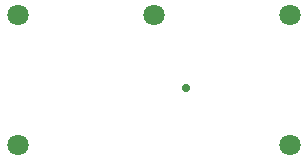
<source format=gbs>
G04*
G04 #@! TF.GenerationSoftware,Altium Limited,Altium Designer,20.1.12 (249)*
G04*
G04 Layer_Color=16711935*
%FSLAX44Y44*%
%MOMM*%
G71*
G04*
G04 #@! TF.SameCoordinates,CE9DEF06-69A2-4F46-9589-B77C1FE2B784*
G04*
G04*
G04 #@! TF.FilePolarity,Negative*
G04*
G01*
G75*
%ADD20C,1.8032*%
%ADD21C,0.7016*%
D20*
X15000Y130000D02*
D03*
Y20000D02*
D03*
X245000D02*
D03*
Y130000D02*
D03*
X130000D02*
D03*
D21*
X157500Y67500D02*
D03*
M02*

</source>
